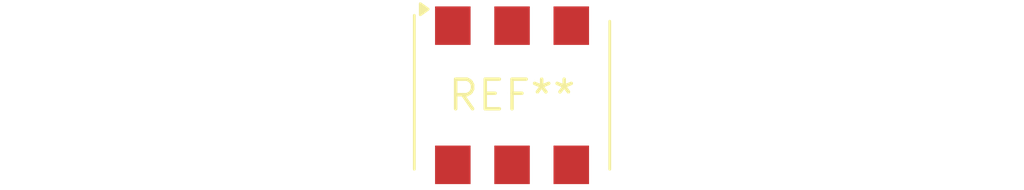
<source format=kicad_pcb>
(kicad_pcb (version 20240108) (generator pcbnew)
  (layers (0 "F.Cu" signal) (31 "B.Cu" signal) (34 "B.Paste" user) (35 "F.Paste" user) (36 "B.SilkS" user "B.Silkscreen") (37 "F.SilkS" user "F.Silkscreen") (38 "B.Mask" user) (39 "F.Mask" user) (44 "Edge.Cuts" user))
  (net 0 "")
  (footprint "Mini-Circuits_TT1224_ClockwisePinNumbering" (layer "F.Cu") (at 0 0)
    (property "Reference" "REF**")
    (property "Value" "Mini-Circuits_TT1224_ClockwisePinNumbering")
    (fp_line (start -4.191 3.175) (end -4.191 -3.429) (layer "F.SilkS") (stroke (width 0.12)))
    (fp_line (start 4.191 -3.175) (end 4.191 3.175) (layer "F.SilkS") (stroke (width 0.12)))
    (fp_poly (pts (xy -3.6 -3.69) (xy -3.936 -3.45) (xy -3.936 -3.93) (xy -3.6 -3.69)) (layer "F.SilkS") (stroke (width 0.12)) (fill solid))
    (pad "1" smd rect (at -2.54 -2.9845 270) (size 1.651 1.524) (layers "F.Cu" "F.Paste" "F.Mask"))
    (pad "2" smd rect (at 0 -2.9845 270) (size 1.651 1.524) (layers "F.Cu" "F.Paste" "F.Mask"))
    (pad "3" smd rect (at 2.54 -2.9845 270) (size 1.651 1.524) (layers "F.Cu" "F.Paste" "F.Mask"))
    (pad "4" smd rect (at 2.54 2.9845 90) (size 1.651 1.524) (layers "F.Cu" "F.Paste" "F.Mask"))
    (pad "5" smd rect (at 0 2.9845 90) (size 1.651 1.524) (layers "F.Cu" "F.Paste" "F.Mask"))
    (pad "6" smd rect (at -2.54 2.9845 90) (size 1.651 1.524) (layers "F.Cu" "F.Paste" "F.Mask"))
  )
)
</source>
